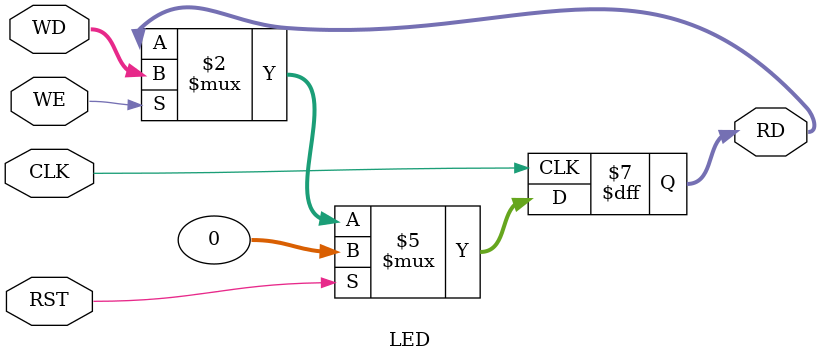
<source format=v>
`timescale 1ns / 1ps

module LED(
    input CLK,
    input RST,
    input WE,
    input [31:0] WD,
    output reg [31:0] RD
    );

    always @(posedge CLK) begin
		if(RST) begin
            RD <= 32'd0;
        end
        else if(WE) begin
            RD <= WD;
        end
    end

endmodule

</source>
